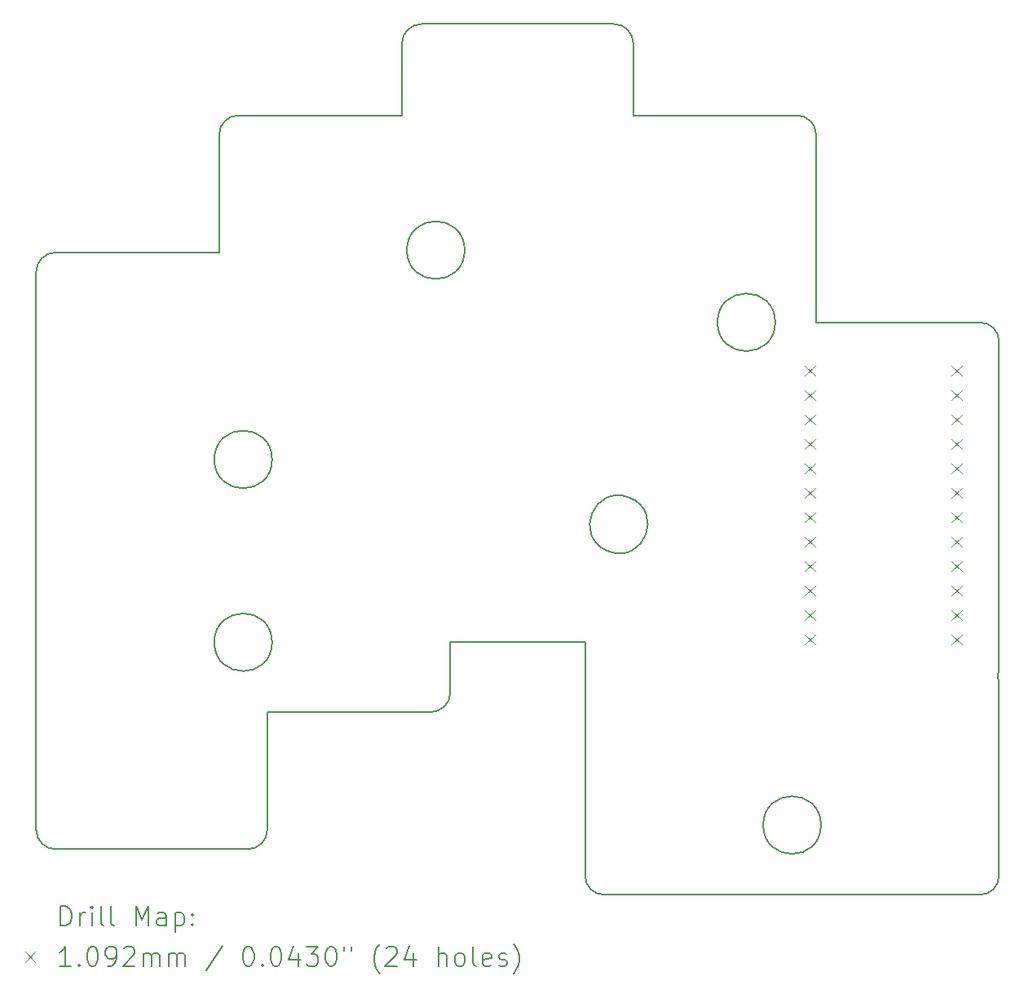
<source format=gbr>
%TF.GenerationSoftware,KiCad,Pcbnew,8.0.1*%
%TF.CreationDate,2024-11-14T23:23:29-08:00*%
%TF.ProjectId,roo_left_auto_routed,726f6f5f-6c65-4667-945f-6175746f5f72,0.1.0*%
%TF.SameCoordinates,Original*%
%TF.FileFunction,Drillmap*%
%TF.FilePolarity,Positive*%
%FSLAX45Y45*%
G04 Gerber Fmt 4.5, Leading zero omitted, Abs format (unit mm)*
G04 Created by KiCad (PCBNEW 8.0.1) date 2024-11-14 23:23:29*
%MOMM*%
%LPD*%
G01*
G04 APERTURE LIST*
%ADD10C,0.150000*%
%ADD11C,0.200000*%
%ADD12C,0.109220*%
G04 APERTURE END LIST*
D10*
X20808579Y-14983579D02*
X20788683Y-14983579D01*
X19308579Y-11858579D02*
G75*
G02*
X18708579Y-11858579I-300000J0D01*
G01*
X18708579Y-11858579D02*
G75*
G02*
X19308579Y-11858579I300000J0D01*
G01*
X24858579Y-18358579D02*
G75*
G02*
X24658579Y-18558579I-199999J-1D01*
G01*
X21058579Y-10458579D02*
X21058579Y-9708579D01*
X20788683Y-14983578D02*
G75*
G02*
X20808579Y-14991421I119897J274999D01*
G01*
X17308579Y-14033579D02*
G75*
G02*
X16708579Y-14033579I-300000J0D01*
G01*
X16708579Y-14033579D02*
G75*
G02*
X17308579Y-14033579I300000J0D01*
G01*
X23008579Y-17833579D02*
G75*
G02*
X22408579Y-17833579I-300000J0D01*
G01*
X22408579Y-17833579D02*
G75*
G02*
X23008579Y-17833579I300000J0D01*
G01*
X17258579Y-17883579D02*
G75*
G02*
X17058579Y-18083579I-199999J-1D01*
G01*
X15058579Y-18083579D02*
X17058579Y-18083579D01*
X17258579Y-16658579D02*
X18958579Y-16658579D01*
X19158579Y-16458579D02*
X19158579Y-15933579D01*
X18658579Y-10458579D02*
X16958579Y-10458579D01*
X24858579Y-16208579D02*
X24858579Y-12808579D01*
X22758579Y-10458579D02*
G75*
G02*
X22958581Y-10658579I1J-200001D01*
G01*
X16758579Y-10658579D02*
G75*
G02*
X16958579Y-10458579I200001J-1D01*
G01*
X15058579Y-18083579D02*
G75*
G02*
X14858581Y-17883579I1J199999D01*
G01*
X22533579Y-12608579D02*
G75*
G02*
X21933579Y-12608579I-300000J0D01*
G01*
X21933579Y-12608579D02*
G75*
G02*
X22533579Y-12608579I300000J0D01*
G01*
X20558579Y-18358579D02*
X20558579Y-15933579D01*
X17308579Y-15933579D02*
G75*
G02*
X16708579Y-15933579I-300000J0D01*
G01*
X16708579Y-15933579D02*
G75*
G02*
X17308579Y-15933579I300000J0D01*
G01*
X24858579Y-18358579D02*
X24858579Y-16358579D01*
X22958579Y-12608579D02*
X22958579Y-10658579D01*
X24658579Y-12608579D02*
X22958579Y-12608579D01*
X18658579Y-9708579D02*
X18658579Y-10458579D01*
X20758579Y-18558579D02*
G75*
G02*
X20558581Y-18358579I1J199999D01*
G01*
X18658579Y-9708579D02*
G75*
G02*
X18858579Y-9508579I200001J-1D01*
G01*
X19158579Y-16458579D02*
G75*
G02*
X18958579Y-16658579I-199999J-1D01*
G01*
X20858579Y-9508579D02*
G75*
G02*
X21058581Y-9708579I1J-200001D01*
G01*
X16758579Y-10658579D02*
X16758579Y-11883579D01*
X20858579Y-9508579D02*
X18858579Y-9508579D01*
X24658579Y-12608579D02*
G75*
G02*
X24858581Y-12808579I1J-200001D01*
G01*
X19158579Y-15933579D02*
X20558579Y-15933579D01*
X24843983Y-16283579D02*
G75*
G02*
X24858579Y-16358579I-185404J-75001D01*
G01*
X20758579Y-18558579D02*
X24658579Y-18558579D01*
X14858579Y-17883579D02*
X14858579Y-12083579D01*
X24858579Y-16208579D02*
G75*
G02*
X24843984Y-16283579I-199999J-1D01*
G01*
X17258579Y-17883579D02*
X17258579Y-16658579D01*
X14858579Y-12083579D02*
G75*
G02*
X15058579Y-11883579I200001J-1D01*
G01*
X22758579Y-10458579D02*
X21058579Y-10458579D01*
X20808579Y-14991421D02*
X20808579Y-14983579D01*
X16758579Y-11883579D02*
X15058579Y-11883579D01*
D11*
D12*
X22841970Y-13056970D02*
X22951190Y-13166190D01*
X22951190Y-13056970D02*
X22841970Y-13166190D01*
X22841970Y-13310970D02*
X22951190Y-13420190D01*
X22951190Y-13310970D02*
X22841970Y-13420190D01*
X22841970Y-13564970D02*
X22951190Y-13674190D01*
X22951190Y-13564970D02*
X22841970Y-13674190D01*
X22841970Y-13818970D02*
X22951190Y-13928190D01*
X22951190Y-13818970D02*
X22841970Y-13928190D01*
X22841970Y-14072970D02*
X22951190Y-14182190D01*
X22951190Y-14072970D02*
X22841970Y-14182190D01*
X22841970Y-14326970D02*
X22951190Y-14436190D01*
X22951190Y-14326970D02*
X22841970Y-14436190D01*
X22841970Y-14580970D02*
X22951190Y-14690190D01*
X22951190Y-14580970D02*
X22841970Y-14690190D01*
X22841970Y-14834970D02*
X22951190Y-14944190D01*
X22951190Y-14834970D02*
X22841970Y-14944190D01*
X22841970Y-15088970D02*
X22951190Y-15198190D01*
X22951190Y-15088970D02*
X22841970Y-15198190D01*
X22841970Y-15342970D02*
X22951190Y-15452190D01*
X22951190Y-15342970D02*
X22841970Y-15452190D01*
X22841970Y-15596970D02*
X22951190Y-15706190D01*
X22951190Y-15596970D02*
X22841970Y-15706190D01*
X22841970Y-15850970D02*
X22951190Y-15960190D01*
X22951190Y-15850970D02*
X22841970Y-15960190D01*
X24365970Y-13056970D02*
X24475190Y-13166190D01*
X24475190Y-13056970D02*
X24365970Y-13166190D01*
X24365970Y-13310970D02*
X24475190Y-13420190D01*
X24475190Y-13310970D02*
X24365970Y-13420190D01*
X24365970Y-13564970D02*
X24475190Y-13674190D01*
X24475190Y-13564970D02*
X24365970Y-13674190D01*
X24365970Y-13818970D02*
X24475190Y-13928190D01*
X24475190Y-13818970D02*
X24365970Y-13928190D01*
X24365970Y-14072970D02*
X24475190Y-14182190D01*
X24475190Y-14072970D02*
X24365970Y-14182190D01*
X24365970Y-14326970D02*
X24475190Y-14436190D01*
X24475190Y-14326970D02*
X24365970Y-14436190D01*
X24365970Y-14580970D02*
X24475190Y-14690190D01*
X24475190Y-14580970D02*
X24365970Y-14690190D01*
X24365970Y-14834970D02*
X24475190Y-14944190D01*
X24475190Y-14834970D02*
X24365970Y-14944190D01*
X24365970Y-15088970D02*
X24475190Y-15198190D01*
X24475190Y-15088970D02*
X24365970Y-15198190D01*
X24365970Y-15342970D02*
X24475190Y-15452190D01*
X24475190Y-15342970D02*
X24365970Y-15452190D01*
X24365970Y-15596970D02*
X24475190Y-15706190D01*
X24475190Y-15596970D02*
X24365970Y-15706190D01*
X24365970Y-15850970D02*
X24475190Y-15960190D01*
X24475190Y-15850970D02*
X24365970Y-15960190D01*
D11*
X15111855Y-18877562D02*
X15111855Y-18677562D01*
X15111855Y-18677562D02*
X15159474Y-18677562D01*
X15159474Y-18677562D02*
X15188046Y-18687086D01*
X15188046Y-18687086D02*
X15207093Y-18706134D01*
X15207093Y-18706134D02*
X15216617Y-18725181D01*
X15216617Y-18725181D02*
X15226141Y-18763277D01*
X15226141Y-18763277D02*
X15226141Y-18791848D01*
X15226141Y-18791848D02*
X15216617Y-18829943D01*
X15216617Y-18829943D02*
X15207093Y-18848991D01*
X15207093Y-18848991D02*
X15188046Y-18868039D01*
X15188046Y-18868039D02*
X15159474Y-18877562D01*
X15159474Y-18877562D02*
X15111855Y-18877562D01*
X15311855Y-18877562D02*
X15311855Y-18744229D01*
X15311855Y-18782324D02*
X15321379Y-18763277D01*
X15321379Y-18763277D02*
X15330903Y-18753753D01*
X15330903Y-18753753D02*
X15349951Y-18744229D01*
X15349951Y-18744229D02*
X15368998Y-18744229D01*
X15435665Y-18877562D02*
X15435665Y-18744229D01*
X15435665Y-18677562D02*
X15426141Y-18687086D01*
X15426141Y-18687086D02*
X15435665Y-18696610D01*
X15435665Y-18696610D02*
X15445189Y-18687086D01*
X15445189Y-18687086D02*
X15435665Y-18677562D01*
X15435665Y-18677562D02*
X15435665Y-18696610D01*
X15559474Y-18877562D02*
X15540427Y-18868039D01*
X15540427Y-18868039D02*
X15530903Y-18848991D01*
X15530903Y-18848991D02*
X15530903Y-18677562D01*
X15664236Y-18877562D02*
X15645189Y-18868039D01*
X15645189Y-18868039D02*
X15635665Y-18848991D01*
X15635665Y-18848991D02*
X15635665Y-18677562D01*
X15892808Y-18877562D02*
X15892808Y-18677562D01*
X15892808Y-18677562D02*
X15959474Y-18820420D01*
X15959474Y-18820420D02*
X16026141Y-18677562D01*
X16026141Y-18677562D02*
X16026141Y-18877562D01*
X16207093Y-18877562D02*
X16207093Y-18772801D01*
X16207093Y-18772801D02*
X16197570Y-18753753D01*
X16197570Y-18753753D02*
X16178522Y-18744229D01*
X16178522Y-18744229D02*
X16140427Y-18744229D01*
X16140427Y-18744229D02*
X16121379Y-18753753D01*
X16207093Y-18868039D02*
X16188046Y-18877562D01*
X16188046Y-18877562D02*
X16140427Y-18877562D01*
X16140427Y-18877562D02*
X16121379Y-18868039D01*
X16121379Y-18868039D02*
X16111855Y-18848991D01*
X16111855Y-18848991D02*
X16111855Y-18829943D01*
X16111855Y-18829943D02*
X16121379Y-18810896D01*
X16121379Y-18810896D02*
X16140427Y-18801372D01*
X16140427Y-18801372D02*
X16188046Y-18801372D01*
X16188046Y-18801372D02*
X16207093Y-18791848D01*
X16302332Y-18744229D02*
X16302332Y-18944229D01*
X16302332Y-18753753D02*
X16321379Y-18744229D01*
X16321379Y-18744229D02*
X16359474Y-18744229D01*
X16359474Y-18744229D02*
X16378522Y-18753753D01*
X16378522Y-18753753D02*
X16388046Y-18763277D01*
X16388046Y-18763277D02*
X16397570Y-18782324D01*
X16397570Y-18782324D02*
X16397570Y-18839467D01*
X16397570Y-18839467D02*
X16388046Y-18858515D01*
X16388046Y-18858515D02*
X16378522Y-18868039D01*
X16378522Y-18868039D02*
X16359474Y-18877562D01*
X16359474Y-18877562D02*
X16321379Y-18877562D01*
X16321379Y-18877562D02*
X16302332Y-18868039D01*
X16483284Y-18858515D02*
X16492808Y-18868039D01*
X16492808Y-18868039D02*
X16483284Y-18877562D01*
X16483284Y-18877562D02*
X16473760Y-18868039D01*
X16473760Y-18868039D02*
X16483284Y-18858515D01*
X16483284Y-18858515D02*
X16483284Y-18877562D01*
X16483284Y-18753753D02*
X16492808Y-18763277D01*
X16492808Y-18763277D02*
X16483284Y-18772801D01*
X16483284Y-18772801D02*
X16473760Y-18763277D01*
X16473760Y-18763277D02*
X16483284Y-18753753D01*
X16483284Y-18753753D02*
X16483284Y-18772801D01*
D12*
X14741859Y-19151469D02*
X14851079Y-19260689D01*
X14851079Y-19151469D02*
X14741859Y-19260689D01*
D11*
X15216617Y-19297562D02*
X15102332Y-19297562D01*
X15159474Y-19297562D02*
X15159474Y-19097562D01*
X15159474Y-19097562D02*
X15140427Y-19126134D01*
X15140427Y-19126134D02*
X15121379Y-19145181D01*
X15121379Y-19145181D02*
X15102332Y-19154705D01*
X15302332Y-19278515D02*
X15311855Y-19288039D01*
X15311855Y-19288039D02*
X15302332Y-19297562D01*
X15302332Y-19297562D02*
X15292808Y-19288039D01*
X15292808Y-19288039D02*
X15302332Y-19278515D01*
X15302332Y-19278515D02*
X15302332Y-19297562D01*
X15435665Y-19097562D02*
X15454713Y-19097562D01*
X15454713Y-19097562D02*
X15473760Y-19107086D01*
X15473760Y-19107086D02*
X15483284Y-19116610D01*
X15483284Y-19116610D02*
X15492808Y-19135658D01*
X15492808Y-19135658D02*
X15502332Y-19173753D01*
X15502332Y-19173753D02*
X15502332Y-19221372D01*
X15502332Y-19221372D02*
X15492808Y-19259467D01*
X15492808Y-19259467D02*
X15483284Y-19278515D01*
X15483284Y-19278515D02*
X15473760Y-19288039D01*
X15473760Y-19288039D02*
X15454713Y-19297562D01*
X15454713Y-19297562D02*
X15435665Y-19297562D01*
X15435665Y-19297562D02*
X15416617Y-19288039D01*
X15416617Y-19288039D02*
X15407093Y-19278515D01*
X15407093Y-19278515D02*
X15397570Y-19259467D01*
X15397570Y-19259467D02*
X15388046Y-19221372D01*
X15388046Y-19221372D02*
X15388046Y-19173753D01*
X15388046Y-19173753D02*
X15397570Y-19135658D01*
X15397570Y-19135658D02*
X15407093Y-19116610D01*
X15407093Y-19116610D02*
X15416617Y-19107086D01*
X15416617Y-19107086D02*
X15435665Y-19097562D01*
X15597570Y-19297562D02*
X15635665Y-19297562D01*
X15635665Y-19297562D02*
X15654713Y-19288039D01*
X15654713Y-19288039D02*
X15664236Y-19278515D01*
X15664236Y-19278515D02*
X15683284Y-19249943D01*
X15683284Y-19249943D02*
X15692808Y-19211848D01*
X15692808Y-19211848D02*
X15692808Y-19135658D01*
X15692808Y-19135658D02*
X15683284Y-19116610D01*
X15683284Y-19116610D02*
X15673760Y-19107086D01*
X15673760Y-19107086D02*
X15654713Y-19097562D01*
X15654713Y-19097562D02*
X15616617Y-19097562D01*
X15616617Y-19097562D02*
X15597570Y-19107086D01*
X15597570Y-19107086D02*
X15588046Y-19116610D01*
X15588046Y-19116610D02*
X15578522Y-19135658D01*
X15578522Y-19135658D02*
X15578522Y-19183277D01*
X15578522Y-19183277D02*
X15588046Y-19202324D01*
X15588046Y-19202324D02*
X15597570Y-19211848D01*
X15597570Y-19211848D02*
X15616617Y-19221372D01*
X15616617Y-19221372D02*
X15654713Y-19221372D01*
X15654713Y-19221372D02*
X15673760Y-19211848D01*
X15673760Y-19211848D02*
X15683284Y-19202324D01*
X15683284Y-19202324D02*
X15692808Y-19183277D01*
X15768998Y-19116610D02*
X15778522Y-19107086D01*
X15778522Y-19107086D02*
X15797570Y-19097562D01*
X15797570Y-19097562D02*
X15845189Y-19097562D01*
X15845189Y-19097562D02*
X15864236Y-19107086D01*
X15864236Y-19107086D02*
X15873760Y-19116610D01*
X15873760Y-19116610D02*
X15883284Y-19135658D01*
X15883284Y-19135658D02*
X15883284Y-19154705D01*
X15883284Y-19154705D02*
X15873760Y-19183277D01*
X15873760Y-19183277D02*
X15759474Y-19297562D01*
X15759474Y-19297562D02*
X15883284Y-19297562D01*
X15968998Y-19297562D02*
X15968998Y-19164229D01*
X15968998Y-19183277D02*
X15978522Y-19173753D01*
X15978522Y-19173753D02*
X15997570Y-19164229D01*
X15997570Y-19164229D02*
X16026141Y-19164229D01*
X16026141Y-19164229D02*
X16045189Y-19173753D01*
X16045189Y-19173753D02*
X16054713Y-19192801D01*
X16054713Y-19192801D02*
X16054713Y-19297562D01*
X16054713Y-19192801D02*
X16064236Y-19173753D01*
X16064236Y-19173753D02*
X16083284Y-19164229D01*
X16083284Y-19164229D02*
X16111855Y-19164229D01*
X16111855Y-19164229D02*
X16130903Y-19173753D01*
X16130903Y-19173753D02*
X16140427Y-19192801D01*
X16140427Y-19192801D02*
X16140427Y-19297562D01*
X16235665Y-19297562D02*
X16235665Y-19164229D01*
X16235665Y-19183277D02*
X16245189Y-19173753D01*
X16245189Y-19173753D02*
X16264236Y-19164229D01*
X16264236Y-19164229D02*
X16292808Y-19164229D01*
X16292808Y-19164229D02*
X16311855Y-19173753D01*
X16311855Y-19173753D02*
X16321379Y-19192801D01*
X16321379Y-19192801D02*
X16321379Y-19297562D01*
X16321379Y-19192801D02*
X16330903Y-19173753D01*
X16330903Y-19173753D02*
X16349951Y-19164229D01*
X16349951Y-19164229D02*
X16378522Y-19164229D01*
X16378522Y-19164229D02*
X16397570Y-19173753D01*
X16397570Y-19173753D02*
X16407094Y-19192801D01*
X16407094Y-19192801D02*
X16407094Y-19297562D01*
X16797570Y-19088039D02*
X16626141Y-19345181D01*
X17054713Y-19097562D02*
X17073760Y-19097562D01*
X17073760Y-19097562D02*
X17092808Y-19107086D01*
X17092808Y-19107086D02*
X17102332Y-19116610D01*
X17102332Y-19116610D02*
X17111856Y-19135658D01*
X17111856Y-19135658D02*
X17121379Y-19173753D01*
X17121379Y-19173753D02*
X17121379Y-19221372D01*
X17121379Y-19221372D02*
X17111856Y-19259467D01*
X17111856Y-19259467D02*
X17102332Y-19278515D01*
X17102332Y-19278515D02*
X17092808Y-19288039D01*
X17092808Y-19288039D02*
X17073760Y-19297562D01*
X17073760Y-19297562D02*
X17054713Y-19297562D01*
X17054713Y-19297562D02*
X17035665Y-19288039D01*
X17035665Y-19288039D02*
X17026141Y-19278515D01*
X17026141Y-19278515D02*
X17016618Y-19259467D01*
X17016618Y-19259467D02*
X17007094Y-19221372D01*
X17007094Y-19221372D02*
X17007094Y-19173753D01*
X17007094Y-19173753D02*
X17016618Y-19135658D01*
X17016618Y-19135658D02*
X17026141Y-19116610D01*
X17026141Y-19116610D02*
X17035665Y-19107086D01*
X17035665Y-19107086D02*
X17054713Y-19097562D01*
X17207094Y-19278515D02*
X17216618Y-19288039D01*
X17216618Y-19288039D02*
X17207094Y-19297562D01*
X17207094Y-19297562D02*
X17197570Y-19288039D01*
X17197570Y-19288039D02*
X17207094Y-19278515D01*
X17207094Y-19278515D02*
X17207094Y-19297562D01*
X17340427Y-19097562D02*
X17359475Y-19097562D01*
X17359475Y-19097562D02*
X17378522Y-19107086D01*
X17378522Y-19107086D02*
X17388046Y-19116610D01*
X17388046Y-19116610D02*
X17397570Y-19135658D01*
X17397570Y-19135658D02*
X17407094Y-19173753D01*
X17407094Y-19173753D02*
X17407094Y-19221372D01*
X17407094Y-19221372D02*
X17397570Y-19259467D01*
X17397570Y-19259467D02*
X17388046Y-19278515D01*
X17388046Y-19278515D02*
X17378522Y-19288039D01*
X17378522Y-19288039D02*
X17359475Y-19297562D01*
X17359475Y-19297562D02*
X17340427Y-19297562D01*
X17340427Y-19297562D02*
X17321379Y-19288039D01*
X17321379Y-19288039D02*
X17311856Y-19278515D01*
X17311856Y-19278515D02*
X17302332Y-19259467D01*
X17302332Y-19259467D02*
X17292808Y-19221372D01*
X17292808Y-19221372D02*
X17292808Y-19173753D01*
X17292808Y-19173753D02*
X17302332Y-19135658D01*
X17302332Y-19135658D02*
X17311856Y-19116610D01*
X17311856Y-19116610D02*
X17321379Y-19107086D01*
X17321379Y-19107086D02*
X17340427Y-19097562D01*
X17578522Y-19164229D02*
X17578522Y-19297562D01*
X17530903Y-19088039D02*
X17483284Y-19230896D01*
X17483284Y-19230896D02*
X17607094Y-19230896D01*
X17664237Y-19097562D02*
X17788046Y-19097562D01*
X17788046Y-19097562D02*
X17721379Y-19173753D01*
X17721379Y-19173753D02*
X17749951Y-19173753D01*
X17749951Y-19173753D02*
X17768999Y-19183277D01*
X17768999Y-19183277D02*
X17778522Y-19192801D01*
X17778522Y-19192801D02*
X17788046Y-19211848D01*
X17788046Y-19211848D02*
X17788046Y-19259467D01*
X17788046Y-19259467D02*
X17778522Y-19278515D01*
X17778522Y-19278515D02*
X17768999Y-19288039D01*
X17768999Y-19288039D02*
X17749951Y-19297562D01*
X17749951Y-19297562D02*
X17692808Y-19297562D01*
X17692808Y-19297562D02*
X17673760Y-19288039D01*
X17673760Y-19288039D02*
X17664237Y-19278515D01*
X17911856Y-19097562D02*
X17930903Y-19097562D01*
X17930903Y-19097562D02*
X17949951Y-19107086D01*
X17949951Y-19107086D02*
X17959475Y-19116610D01*
X17959475Y-19116610D02*
X17968999Y-19135658D01*
X17968999Y-19135658D02*
X17978522Y-19173753D01*
X17978522Y-19173753D02*
X17978522Y-19221372D01*
X17978522Y-19221372D02*
X17968999Y-19259467D01*
X17968999Y-19259467D02*
X17959475Y-19278515D01*
X17959475Y-19278515D02*
X17949951Y-19288039D01*
X17949951Y-19288039D02*
X17930903Y-19297562D01*
X17930903Y-19297562D02*
X17911856Y-19297562D01*
X17911856Y-19297562D02*
X17892808Y-19288039D01*
X17892808Y-19288039D02*
X17883284Y-19278515D01*
X17883284Y-19278515D02*
X17873760Y-19259467D01*
X17873760Y-19259467D02*
X17864237Y-19221372D01*
X17864237Y-19221372D02*
X17864237Y-19173753D01*
X17864237Y-19173753D02*
X17873760Y-19135658D01*
X17873760Y-19135658D02*
X17883284Y-19116610D01*
X17883284Y-19116610D02*
X17892808Y-19107086D01*
X17892808Y-19107086D02*
X17911856Y-19097562D01*
X18054713Y-19097562D02*
X18054713Y-19135658D01*
X18130903Y-19097562D02*
X18130903Y-19135658D01*
X18426142Y-19373753D02*
X18416618Y-19364229D01*
X18416618Y-19364229D02*
X18397570Y-19335658D01*
X18397570Y-19335658D02*
X18388046Y-19316610D01*
X18388046Y-19316610D02*
X18378522Y-19288039D01*
X18378522Y-19288039D02*
X18368999Y-19240420D01*
X18368999Y-19240420D02*
X18368999Y-19202324D01*
X18368999Y-19202324D02*
X18378522Y-19154705D01*
X18378522Y-19154705D02*
X18388046Y-19126134D01*
X18388046Y-19126134D02*
X18397570Y-19107086D01*
X18397570Y-19107086D02*
X18416618Y-19078515D01*
X18416618Y-19078515D02*
X18426142Y-19068991D01*
X18492808Y-19116610D02*
X18502332Y-19107086D01*
X18502332Y-19107086D02*
X18521380Y-19097562D01*
X18521380Y-19097562D02*
X18568999Y-19097562D01*
X18568999Y-19097562D02*
X18588046Y-19107086D01*
X18588046Y-19107086D02*
X18597570Y-19116610D01*
X18597570Y-19116610D02*
X18607094Y-19135658D01*
X18607094Y-19135658D02*
X18607094Y-19154705D01*
X18607094Y-19154705D02*
X18597570Y-19183277D01*
X18597570Y-19183277D02*
X18483284Y-19297562D01*
X18483284Y-19297562D02*
X18607094Y-19297562D01*
X18778522Y-19164229D02*
X18778522Y-19297562D01*
X18730903Y-19088039D02*
X18683284Y-19230896D01*
X18683284Y-19230896D02*
X18807094Y-19230896D01*
X19035665Y-19297562D02*
X19035665Y-19097562D01*
X19121380Y-19297562D02*
X19121380Y-19192801D01*
X19121380Y-19192801D02*
X19111856Y-19173753D01*
X19111856Y-19173753D02*
X19092808Y-19164229D01*
X19092808Y-19164229D02*
X19064237Y-19164229D01*
X19064237Y-19164229D02*
X19045189Y-19173753D01*
X19045189Y-19173753D02*
X19035665Y-19183277D01*
X19245189Y-19297562D02*
X19226142Y-19288039D01*
X19226142Y-19288039D02*
X19216618Y-19278515D01*
X19216618Y-19278515D02*
X19207094Y-19259467D01*
X19207094Y-19259467D02*
X19207094Y-19202324D01*
X19207094Y-19202324D02*
X19216618Y-19183277D01*
X19216618Y-19183277D02*
X19226142Y-19173753D01*
X19226142Y-19173753D02*
X19245189Y-19164229D01*
X19245189Y-19164229D02*
X19273761Y-19164229D01*
X19273761Y-19164229D02*
X19292808Y-19173753D01*
X19292808Y-19173753D02*
X19302332Y-19183277D01*
X19302332Y-19183277D02*
X19311856Y-19202324D01*
X19311856Y-19202324D02*
X19311856Y-19259467D01*
X19311856Y-19259467D02*
X19302332Y-19278515D01*
X19302332Y-19278515D02*
X19292808Y-19288039D01*
X19292808Y-19288039D02*
X19273761Y-19297562D01*
X19273761Y-19297562D02*
X19245189Y-19297562D01*
X19426142Y-19297562D02*
X19407094Y-19288039D01*
X19407094Y-19288039D02*
X19397570Y-19268991D01*
X19397570Y-19268991D02*
X19397570Y-19097562D01*
X19578523Y-19288039D02*
X19559475Y-19297562D01*
X19559475Y-19297562D02*
X19521380Y-19297562D01*
X19521380Y-19297562D02*
X19502332Y-19288039D01*
X19502332Y-19288039D02*
X19492808Y-19268991D01*
X19492808Y-19268991D02*
X19492808Y-19192801D01*
X19492808Y-19192801D02*
X19502332Y-19173753D01*
X19502332Y-19173753D02*
X19521380Y-19164229D01*
X19521380Y-19164229D02*
X19559475Y-19164229D01*
X19559475Y-19164229D02*
X19578523Y-19173753D01*
X19578523Y-19173753D02*
X19588046Y-19192801D01*
X19588046Y-19192801D02*
X19588046Y-19211848D01*
X19588046Y-19211848D02*
X19492808Y-19230896D01*
X19664237Y-19288039D02*
X19683284Y-19297562D01*
X19683284Y-19297562D02*
X19721380Y-19297562D01*
X19721380Y-19297562D02*
X19740427Y-19288039D01*
X19740427Y-19288039D02*
X19749951Y-19268991D01*
X19749951Y-19268991D02*
X19749951Y-19259467D01*
X19749951Y-19259467D02*
X19740427Y-19240420D01*
X19740427Y-19240420D02*
X19721380Y-19230896D01*
X19721380Y-19230896D02*
X19692808Y-19230896D01*
X19692808Y-19230896D02*
X19673761Y-19221372D01*
X19673761Y-19221372D02*
X19664237Y-19202324D01*
X19664237Y-19202324D02*
X19664237Y-19192801D01*
X19664237Y-19192801D02*
X19673761Y-19173753D01*
X19673761Y-19173753D02*
X19692808Y-19164229D01*
X19692808Y-19164229D02*
X19721380Y-19164229D01*
X19721380Y-19164229D02*
X19740427Y-19173753D01*
X19816618Y-19373753D02*
X19826142Y-19364229D01*
X19826142Y-19364229D02*
X19845189Y-19335658D01*
X19845189Y-19335658D02*
X19854713Y-19316610D01*
X19854713Y-19316610D02*
X19864237Y-19288039D01*
X19864237Y-19288039D02*
X19873761Y-19240420D01*
X19873761Y-19240420D02*
X19873761Y-19202324D01*
X19873761Y-19202324D02*
X19864237Y-19154705D01*
X19864237Y-19154705D02*
X19854713Y-19126134D01*
X19854713Y-19126134D02*
X19845189Y-19107086D01*
X19845189Y-19107086D02*
X19826142Y-19078515D01*
X19826142Y-19078515D02*
X19816618Y-19068991D01*
M02*

</source>
